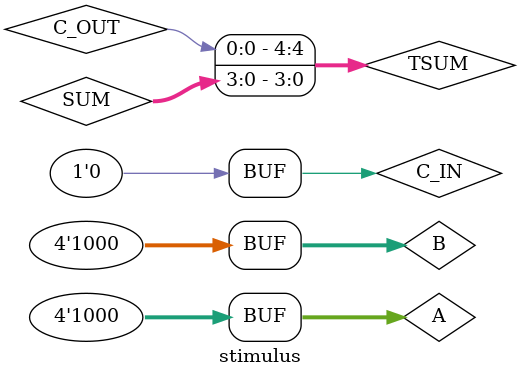
<source format=v>
/* This is a carry look-ahead adder
   This is Datalevel modeled with Verilog HDL */
module CLA(sum, c_out, c_in, a, b);
  input [3:0] a, b ;
  input c_in ;
  output [3:0] sum ;
  output c_out ;
  // Internal nets 
  wire p0, p1, p2, p3 ;
  wire g0, g1, g2, g3 ;

  // Generate the propagate and generate signals
  assign p0 = a[0]^b[0], p1 = a[1]^b[1], p2 = a[2]^b[2], p3 = a[3]^b[3] ;
  assign g0 = a[0]&b[0], g1 = a[1]&b[1], g2 = a[2]&b[2], g3 = a[3]&b[3] ;

  // Calculate the sum bits using the propagate and generate signals
  assign sum[0] = p0^c_in, sum[1] = p1^((p0&c_in)|g0), sum[2] = p2^((p1&p0&c_in)|(p1&g0)|g1), sum[3] = p3^((p2&p1&p0&c_in)|(p2&p1&g0)|(p2&g1)|g2) ;

  // Calculate the carry out using the generate signals
  assign c_out = (p3&((p2&p1&p0&c_in)|(p2&p1&g0)|(g1&p2)|g2))|g3 ;
endmodule

module stimulus; 
  wire [3:0] SUM ;
  wire C_OUT ;
  reg [3:0] A, B ;
  reg C_IN ;
  wire [4:0] TSUM  = {C_OUT, SUM} ; // Implicit assignment
  CLA  cla(SUM, C_OUT, C_IN, A, B);
  initial 
  begin 
      // Initialize inputs A, B, and C_IN
      A = 4'b0011 ;
      B = 4'b0011 ;
      C_IN = 1'b0 ;
      // Display inputs A, B, outputs SUM, C_OUT, and TSUM
      $monitor($time, " A = %b B = %b, SUM = %b, C_OUT = %b     TSUM = %b", A, B, SUM, C_OUT, TSUM);
      // Change inputs after 5 time units
      #5 A = 4'b1000; B = 4'b1000;
  end 
endmodule
</source>
